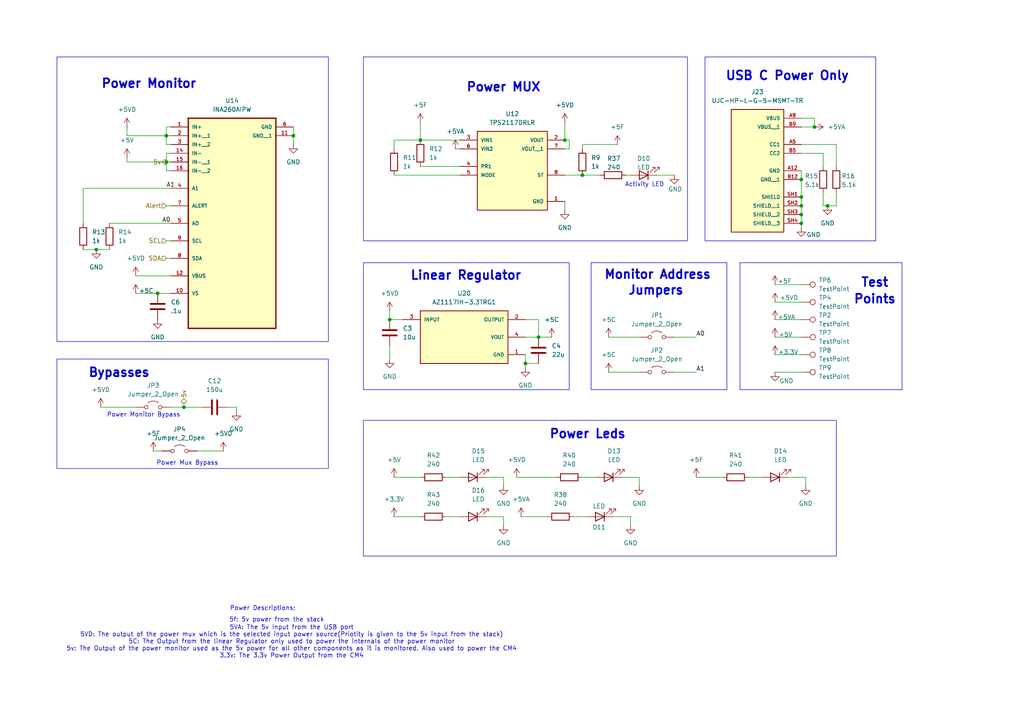
<source format=kicad_sch>
(kicad_sch (version 20231120) (generator "eeschema") (generator_version "8.0")
  (paper "A4")
  (lib_symbols
    (symbol "AZ1117IH-3.3TRG1:AZ1117IH-3.3TRG1" (pin_names (offset 1.016))
      (property "Reference" "U" (at -12.7 8.128 0))
      (property "Value" "AZ1117IH-3.3TRG1" (at -12.7 -10.16 0))
      (symbol "AZ1117IH-3.3TRG1_0_0"
        (rectangle (start -12.7 -7.62) (end 12.7 7.62) (stroke (width 0.254)) (fill (type background)))
        (pin power_in line (at 17.78 -5.08 180) (length 5.08) (name "GND") (number "1"))
        (pin output line (at 17.78 5.08 180) (length 5.08) (name "OUTPUT") (number "2"))
        (pin input line (at -17.78 5.08 0) (length 5.08) (name "INPUT") (number "3"))
        (pin output line (at 17.78 0 180) (length 5.08) (name "VOUT") (number "4"))
      )
    )
    (symbol "Connector:TestPoint" (pin_numbers hide) (pin_names (offset 0.762) hide)
      (property "Reference" "TP" (at 0 6.858 0))
      (property "Value" "TestPoint" (at 0 5.08 0))
      (symbol "TestPoint_0_1"
        (circle (center 0 3.302) (radius 0.762))
      )
      (symbol "TestPoint_1_1"
        (pin passive line (at 0 0 90) (length 2.54) (name "1") (number "1"))
      )
    )
    (symbol "Device:C" (pin_numbers hide) (pin_names (offset 0.254))
      (property "Reference" "C" (at 0.635 2.54 0))
      (property "Value" "C" (at 0.635 -2.54 0))
      (symbol "C_0_1"
        (polyline (pts (xy -2.032 -0.762) (xy 2.032 -0.762)) (stroke (width 0.508)))
        (polyline (pts (xy -2.032 0.762) (xy 2.032 0.762)) (stroke (width 0.508)))
      )
      (symbol "C_1_1"
        (pin passive line (at 0 3.81 270) (length 2.794) (name "~") (number "1"))
        (pin passive line (at 0 -3.81 90) (length 2.794) (name "~") (number "2"))
      )
    )
    (symbol "Device:LED" (pin_numbers hide) (pin_names (offset 1.016) hide)
      (property "Reference" "D" (at 0 2.54 0))
      (property "Value" "LED" (at 0 -2.54 0))
      (symbol "LED_0_1"
        (polyline (pts (xy -1.27 -1.27) (xy -1.27 1.27)) (stroke (width 0.254)))
        (polyline (pts (xy -1.27 0) (xy 1.27 0)))
        (polyline (pts (xy 1.27 -1.27) (xy 1.27 1.27) (xy -1.27 0) (xy 1.27 -1.27)) (stroke (width 0.254)))
        (polyline (pts (xy -3.048 -0.762) (xy -4.572 -2.286) (xy -3.81 -2.286) (xy -4.572 -2.286) (xy -4.572 -1.524)))
        (polyline (pts (xy -1.778 -0.762) (xy -3.302 -2.286) (xy -2.54 -2.286) (xy -3.302 -2.286) (xy -3.302 -1.524)))
      )
      (symbol "LED_1_1"
        (pin passive line (at -3.81 0 0) (length 2.54) (name "K") (number "1"))
        (pin passive line (at 3.81 0 180) (length 2.54) (name "A") (number "2"))
      )
    )
    (symbol "Device:R" (pin_numbers hide) (pin_names (offset 0))
      (property "Reference" "R" (at 2.032 0 90))
      (property "Value" "R" (at 0 0 90))
      (symbol "R_0_1"
        (rectangle (start -1.016 -2.54) (end 1.016 2.54) (stroke (width 0.254)))
      )
      (symbol "R_1_1"
        (pin passive line (at 0 3.81 270) (length 1.27) (name "~") (number "1"))
        (pin passive line (at 0 -3.81 90) (length 1.27) (name "~") (number "2"))
      )
    )
    (symbol "INA260AIPW:INA260AIPW" (pin_names (offset 1.016))
      (property "Reference" "U" (at -12.7 26.4 0))
      (property "Value" "INA260AIPW" (at -12.7 -39.56 0))
      (symbol "INA260AIPW_0_0"
        (rectangle (start -12.7 -35.56) (end 12.7 25.4) (stroke (width 0.41)) (fill (type background)))
        (pin input line (at -17.78 22.86 0) (length 5.08) (name "IN+") (number "1"))
        (pin bidirectional line (at -17.78 -25.4 0) (length 5.08) (name "VS") (number "10"))
        (pin power_in line (at 17.78 20.32 180) (length 5.08) (name "GND__1") (number "11"))
        (pin bidirectional line (at -17.78 -20.32 0) (length 5.08) (name "VBUS") (number "12"))
        (pin input line (at -17.78 15.24 0) (length 5.08) (name "IN-") (number "14"))
        (pin input line (at -17.78 12.7 0) (length 5.08) (name "IN-__1") (number "15"))
        (pin input line (at -17.78 10.16 0) (length 5.08) (name "IN-__2") (number "16"))
        (pin input line (at -17.78 20.32 0) (length 5.08) (name "IN+__1") (number "2"))
        (pin input line (at -17.78 17.78 0) (length 5.08) (name "IN+__2") (number "3"))
        (pin bidirectional line (at -17.78 5.08 0) (length 5.08) (name "A1") (number "4"))
        (pin bidirectional line (at -17.78 -5.08 0) (length 5.08) (name "AO") (number "5"))
        (pin power_in line (at 17.78 22.86 180) (length 5.08) (name "GND") (number "6"))
        (pin bidirectional line (at -17.78 0 0) (length 5.08) (name "ALERT") (number "7"))
        (pin bidirectional line (at -17.78 -15.24 0) (length 5.08) (name "SDA") (number "8"))
        (pin bidirectional line (at -17.78 -10.16 0) (length 5.08) (name "SCL") (number "9"))
      )
    )
    (symbol "Jumper:Jumper_2_Open" (pin_numbers hide) (pin_names (offset 0) hide) (exclude_from_sim yes)
      (property "Reference" "JP" (at 0 2.794 0))
      (property "Value" "Jumper_2_Open" (at 0 -2.286 0))
      (symbol "Jumper_2_Open_0_0"
        (circle (center -2.032 0) (radius 0.508))
        (circle (center 2.032 0) (radius 0.508))
      )
      (symbol "Jumper_2_Open_0_1"
        (arc (start 1.524 1.27) (mid 0 1.778) (end -1.524 1.27))
      )
      (symbol "Jumper_2_Open_1_1"
        (pin passive line (at -5.08 0 0) (length 2.54) (name "A") (number "1"))
        (pin passive line (at 5.08 0 180) (length 2.54) (name "B") (number "2"))
      )
    )
    (symbol "TPS2117DRLR:TPS2117DRLR" (pin_names (offset 1.016))
      (property "Reference" "U" (at -10.16 10.922 0))
      (property "Value" "TPS2117DRLR" (at -10.16 -15.24 0))
      (symbol "TPS2117DRLR_0_0"
        (rectangle (start -10.16 -12.7) (end 10.16 10.16) (stroke (width 0.254)) (fill (type background)))
        (pin power_in line (at 15.24 -10.16 180) (length 5.08) (name "GND") (number "1"))
        (pin output line (at 15.24 7.62 180) (length 5.08) (name "VOUT") (number "2"))
        (pin input line (at -15.24 7.62 0) (length 5.08) (name "VIN1") (number "3"))
        (pin input line (at -15.24 0 0) (length 5.08) (name "PR1") (number "4"))
        (pin input line (at -15.24 -2.54 0) (length 5.08) (name "MODE") (number "5"))
        (pin input line (at -15.24 5.08 0) (length 5.08) (name "VIN2") (number "6"))
        (pin output line (at 15.24 5.08 180) (length 5.08) (name "VOUT__1") (number "7"))
        (pin output line (at 15.24 -2.54 180) (length 5.08) (name "ST") (number "8"))
      )
    )
    (symbol "UJC-HP-L-G-5-MSMT-TR:UJC-HP-L-G-5-MSMT-TR" (pin_names (offset 1.016))
      (property "Reference" "J" (at -7.62 10.922 0))
      (property "Value" "UJC-HP-L-G-5-MSMT-TR" (at -7.62 -26.162 0))
      (symbol "UJC-HP-L-G-5-MSMT-TR_0_0"
        (rectangle (start -7.62 -25.4) (end 7.62 10.16) (stroke (width 0.254)) (fill (type background)))
        (pin power_in line (at 12.7 -7.62 180) (length 5.08) (name "GND") (number "A12"))
        (pin passive line (at 12.7 0 180) (length 5.08) (name "CC1") (number "A5"))
        (pin power_in line (at 12.7 7.62 180) (length 5.08) (name "VBUS") (number "A9"))
        (pin power_in line (at 12.7 -10.16 180) (length 5.08) (name "GND__1") (number "B12"))
        (pin passive line (at 12.7 -2.54 180) (length 5.08) (name "CC2") (number "B5"))
        (pin power_in line (at 12.7 5.08 180) (length 5.08) (name "VBUS__1") (number "B9"))
        (pin passive line (at 12.7 -15.24 180) (length 5.08) (name "SHIELD") (number "SH1"))
        (pin passive line (at 12.7 -17.78 180) (length 5.08) (name "SHIELD__1") (number "SH2"))
        (pin passive line (at 12.7 -20.32 180) (length 5.08) (name "SHIELD__2") (number "SH3"))
        (pin passive line (at 12.7 -22.86 180) (length 5.08) (name "SHIELD__3") (number "SH4"))
      )
    )
    (symbol "power:+3.3V" (power) (pin_numbers hide) (pin_names (offset 0) hide)
      (property "Value" "+3.3V" (at 0 3.556 0))
      (symbol "+3.3V_0_1"
        (polyline (pts (xy -0.762 1.27) (xy 0 2.54)))
        (polyline (pts (xy 0 0) (xy 0 2.54)))
        (polyline (pts (xy 0 2.54) (xy 0.762 1.27)))
      )
      (symbol "+3.3V_1_1"
        (pin power_in line (at 0 0 90) (length 0) (name "~") (number "1"))
      )
    )
    (symbol "power:+5C" (power) (pin_numbers hide) (pin_names (offset 0) hide)
      (property "Value" "+5C" (at 0 3.556 0))
      (symbol "+5C_0_1"
        (polyline (pts (xy -0.762 1.27) (xy 0 2.54)))
        (polyline (pts (xy 0 0) (xy 0 2.54)))
        (polyline (pts (xy 0 2.54) (xy 0.762 1.27)))
      )
      (symbol "+5C_1_1"
        (pin power_in line (at 0 0 90) (length 0) (name "~") (number "1"))
      )
    )
    (symbol "power:+5F" (power) (pin_numbers hide) (pin_names (offset 0) hide)
      (property "Value" "+5F" (at 0 3.556 0))
      (symbol "+5F_0_1"
        (polyline (pts (xy -0.762 1.27) (xy 0 2.54)))
        (polyline (pts (xy 0 0) (xy 0 2.54)))
        (polyline (pts (xy 0 2.54) (xy 0.762 1.27)))
      )
      (symbol "+5F_1_1"
        (pin power_in line (at 0 0 90) (length 0) (name "~") (number "1"))
      )
    )
    (symbol "power:+5V" (power) (pin_numbers hide) (pin_names (offset 0) hide)
      (property "Value" "+5V" (at 0 3.556 0))
      (symbol "+5V_0_1"
        (polyline (pts (xy -0.762 1.27) (xy 0 2.54)))
        (polyline (pts (xy 0 0) (xy 0 2.54)))
        (polyline (pts (xy 0 2.54) (xy 0.762 1.27)))
      )
      (symbol "+5V_1_1"
        (pin power_in line (at 0 0 90) (length 0) (name "~") (number "1"))
      )
    )
    (symbol "power:+5VA" (power) (pin_numbers hide) (pin_names (offset 0) hide)
      (property "Value" "+5VA" (at 0 3.556 0))
      (symbol "+5VA_0_1"
        (polyline (pts (xy -0.762 1.27) (xy 0 2.54)))
        (polyline (pts (xy 0 0) (xy 0 2.54)))
        (polyline (pts (xy 0 2.54) (xy 0.762 1.27)))
      )
      (symbol "+5VA_1_1"
        (pin power_in line (at 0 0 90) (length 0) (name "~") (number "1"))
      )
    )
    (symbol "power:+5VD" (power) (pin_numbers hide) (pin_names (offset 0) hide)
      (property "Value" "+5VD" (at 0 3.556 0))
      (symbol "+5VD_0_1"
        (polyline (pts (xy -0.762 1.27) (xy 0 2.54)))
        (polyline (pts (xy 0 0) (xy 0 2.54)))
        (polyline (pts (xy 0 2.54) (xy 0.762 1.27)))
      )
      (symbol "+5VD_1_1"
        (pin power_in line (at 0 0 90) (length 0) (name "~") (number "1"))
      )
    )
    (symbol "power:GND" (power) (pin_numbers hide) (pin_names (offset 0) hide)
      (property "Value" "GND" (at 0 -3.81 0))
      (symbol "GND_0_1"
        (polyline (pts (xy 0 0) (xy 0 -1.27) (xy 1.27 -1.27) (xy 0 -2.54) (xy -1.27 -1.27) (xy 0 -1.27)))
      )
      (symbol "GND_1_1"
        (pin power_in line (at 0 0 270) (length 0) (name "~") (number "1"))
      )
    )
  )
  (junction (at 232.41 57.15))
  (junction (at 48.26 46.99))
  (junction (at 152.4 105.41))
  (junction (at 232.41 59.69))
  (junction (at 113.03 92.71))
  (junction (at 53.34 118.11))
  (junction (at 163.83 40.64))
  (junction (at 121.92 40.64))
  (junction (at 232.41 52.07))
  (junction (at 156.21 97.79))
  (junction (at 48.26 39.37))
  (junction (at 27.94 72.39))
  (junction (at 168.91 50.8))
  (junction (at 236.22 36.83))
  (junction (at 232.41 62.23))
  (junction (at 85.09 39.37))
  (junction (at 232.41 64.77))
  (junction (at 240.03 59.69))
  (junction (at 45.72 85.09))
  (wire (pts (xy 152.4 102.87) (xy 152.4 105.41)))
  (wire (pts (xy 114.3 50.8) (xy 133.35 50.8)))
  (wire (pts (xy 232.41 57.15) (xy 232.41 59.69)))
  (wire (pts (xy 238.76 55.88) (xy 238.76 59.69)))
  (wire (pts (xy 85.09 36.83) (xy 85.09 39.37)))
  (wire (pts (xy 146.05 149.86) (xy 146.05 152.4)))
  (wire (pts (xy 185.42 138.43) (xy 185.42 140.97)))
  (wire (pts (xy 121.92 35.56) (xy 121.92 40.64)))
  (wire (pts (xy 24.13 72.39) (xy 27.94 72.39)))
  (wire (pts (xy 149.86 138.43) (xy 161.29 138.43)))
  (wire (pts (xy 195.58 107.95) (xy 201.93 107.95)))
  (wire (pts (xy 224.79 92.71) (xy 232.41 92.71)))
  (wire (pts (xy 36.83 45.72) (xy 36.83 46.99)))
  (wire (pts (xy 156.21 92.71) (xy 156.21 97.79)))
  (wire (pts (xy 156.21 97.79) (xy 152.4 97.79)))
  (wire (pts (xy 224.79 97.79) (xy 232.41 97.79)))
  (wire (pts (xy 168.91 138.43) (xy 172.72 138.43)))
  (wire (pts (xy 217.17 138.43) (xy 220.98 138.43)))
  (wire (pts (xy 53.34 116.84) (xy 53.34 118.11)))
  (wire (pts (xy 39.37 85.09) (xy 45.72 85.09)))
  (wire (pts (xy 232.41 49.53) (xy 232.41 52.07)))
  (wire (pts (xy 163.83 35.56) (xy 163.83 40.64)))
  (wire (pts (xy 39.37 80.01) (xy 49.53 80.01)))
  (wire (pts (xy 114.3 138.43) (xy 121.92 138.43)))
  (wire (pts (xy 163.83 50.8) (xy 168.91 50.8)))
  (wire (pts (xy 68.58 118.11) (xy 68.58 119.38)))
  (wire (pts (xy 232.41 52.07) (xy 232.41 57.15)))
  (wire (pts (xy 151.13 149.86) (xy 158.75 149.86)))
  (wire (pts (xy 181.61 50.8) (xy 182.88 50.8)))
  (wire (pts (xy 129.54 138.43) (xy 133.35 138.43)))
  (wire (pts (xy 176.53 97.79) (xy 185.42 97.79)))
  (wire (pts (xy 45.72 85.09) (xy 49.53 85.09)))
  (wire (pts (xy 48.26 49.53) (xy 49.53 49.53)))
  (wire (pts (xy 48.26 39.37) (xy 48.26 41.91)))
  (wire (pts (xy 36.83 39.37) (xy 36.83 36.83)))
  (wire (pts (xy 224.79 87.63) (xy 232.41 87.63)))
  (wire (pts (xy 168.91 43.18) (xy 168.91 41.91)))
  (wire (pts (xy 168.91 50.8) (xy 173.99 50.8)))
  (wire (pts (xy 176.53 107.95) (xy 185.42 107.95)))
  (wire (pts (xy 224.79 82.55) (xy 232.41 82.55)))
  (wire (pts (xy 242.57 55.88) (xy 242.57 59.69)))
  (wire (pts (xy 113.03 104.14) (xy 113.03 100.33)))
  (wire (pts (xy 48.26 59.69) (xy 49.53 59.69)))
  (wire (pts (xy 48.26 41.91) (xy 49.53 41.91)))
  (wire (pts (xy 31.75 64.77) (xy 49.53 64.77)))
  (wire (pts (xy 48.26 39.37) (xy 36.83 39.37)))
  (wire (pts (xy 57.15 130.81) (xy 64.77 130.81)))
  (wire (pts (xy 66.04 118.11) (xy 68.58 118.11)))
  (wire (pts (xy 132.08 43.18) (xy 133.35 43.18)))
  (wire (pts (xy 152.4 105.41) (xy 156.21 105.41)))
  (wire (pts (xy 165.1 43.18) (xy 165.1 40.64)))
  (wire (pts (xy 48.26 36.83) (xy 49.53 36.83)))
  (wire (pts (xy 48.26 39.37) (xy 49.53 39.37)))
  (wire (pts (xy 113.03 90.17) (xy 113.03 92.71)))
  (wire (pts (xy 114.3 149.86) (xy 121.92 149.86)))
  (wire (pts (xy 232.41 34.29) (xy 236.22 34.29)))
  (wire (pts (xy 152.4 105.41) (xy 152.4 106.68)))
  (wire (pts (xy 113.03 92.71) (xy 116.84 92.71)))
  (wire (pts (xy 121.92 48.26) (xy 133.35 48.26)))
  (wire (pts (xy 48.26 44.45) (xy 48.26 46.99)))
  (wire (pts (xy 242.57 41.91) (xy 242.57 48.26)))
  (wire (pts (xy 53.34 118.11) (xy 58.42 118.11)))
  (wire (pts (xy 232.41 64.77) (xy 232.41 66.04)))
  (wire (pts (xy 232.41 62.23) (xy 232.41 64.77)))
  (wire (pts (xy 232.41 44.45) (xy 238.76 44.45)))
  (wire (pts (xy 85.09 39.37) (xy 85.09 41.91)))
  (wire (pts (xy 121.92 40.64) (xy 133.35 40.64)))
  (wire (pts (xy 27.94 72.39) (xy 31.75 72.39)))
  (wire (pts (xy 224.79 107.95) (xy 232.41 107.95)))
  (wire (pts (xy 48.26 46.99) (xy 36.83 46.99)))
  (wire (pts (xy 177.8 149.86) (xy 182.88 149.86)))
  (wire (pts (xy 48.26 36.83) (xy 48.26 39.37)))
  (wire (pts (xy 163.83 58.42) (xy 163.83 60.96)))
  (wire (pts (xy 114.3 40.64) (xy 121.92 40.64)))
  (wire (pts (xy 182.88 149.86) (xy 182.88 152.4)))
  (wire (pts (xy 140.97 149.86) (xy 146.05 149.86)))
  (wire (pts (xy 48.26 44.45) (xy 49.53 44.45)))
  (wire (pts (xy 201.93 138.43) (xy 209.55 138.43)))
  (wire (pts (xy 166.37 149.86) (xy 170.18 149.86)))
  (wire (pts (xy 163.83 40.64) (xy 165.1 40.64)))
  (wire (pts (xy 48.26 46.99) (xy 49.53 46.99)))
  (wire (pts (xy 49.53 118.11) (xy 53.34 118.11)))
  (wire (pts (xy 236.22 34.29) (xy 236.22 36.83)))
  (wire (pts (xy 140.97 138.43) (xy 146.05 138.43)))
  (wire (pts (xy 24.13 54.61) (xy 49.53 54.61)))
  (wire (pts (xy 190.5 50.8) (xy 195.58 50.8)))
  (wire (pts (xy 114.3 40.64) (xy 114.3 43.18)))
  (wire (pts (xy 24.13 64.77) (xy 24.13 54.61)))
  (wire (pts (xy 232.41 59.69) (xy 232.41 62.23)))
  (wire (pts (xy 224.79 102.87) (xy 232.41 102.87)))
  (wire (pts (xy 129.54 149.86) (xy 133.35 149.86)))
  (wire (pts (xy 44.45 130.81) (xy 46.99 130.81)))
  (wire (pts (xy 232.41 41.91) (xy 242.57 41.91)))
  (wire (pts (xy 238.76 44.45) (xy 238.76 48.26)))
  (wire (pts (xy 48.26 46.99) (xy 48.26 49.53)))
  (wire (pts (xy 233.68 138.43) (xy 233.68 140.97)))
  (wire (pts (xy 242.57 59.69) (xy 240.03 59.69)))
  (wire (pts (xy 180.34 138.43) (xy 185.42 138.43)))
  (wire (pts (xy 163.83 43.18) (xy 165.1 43.18)))
  (wire (pts (xy 156.21 97.79) (xy 160.02 97.79)))
  (wire (pts (xy 146.05 138.43) (xy 146.05 140.97)))
  (wire (pts (xy 48.26 74.93) (xy 49.53 74.93)))
  (wire (pts (xy 48.26 69.85) (xy 49.53 69.85)))
  (wire (pts (xy 152.4 92.71) (xy 156.21 92.71)))
  (wire (pts (xy 168.91 41.91) (xy 179.07 41.91)))
  (wire (pts (xy 195.58 97.79) (xy 201.93 97.79)))
  (wire (pts (xy 232.41 36.83) (xy 236.22 36.83)))
  (wire (pts (xy 240.03 59.69) (xy 238.76 59.69)))
  (wire (pts (xy 228.6 138.43) (xy 233.68 138.43)))
  (wire (pts (xy 29.21 118.11) (xy 39.37 118.11)))
  (rectangle (start 16.51 104.14) (end 95.25 135.89))
  (rectangle (start 105.41 76.2) (end 165.1 113.03))
  (rectangle (start 204.47 16.51) (end 254 69.85))
  (rectangle (start 16.51 16.51) (end 95.25 99.06))
  (rectangle (start 105.41 121.92) (end 242.57 161.29))
  (rectangle (start 171.45 76.2) (end 210.82 113.03))
  (rectangle (start 105.41 16.51) (end 199.39 69.85))
  (rectangle (start 214.63 76.2) (end 261.62 113.03))
  (text "Points" (at 253.746 86.868 0) (effects (font (size 2.54 2.54) (thickness 0.508) (bold yes))))
  (text "5VA: The 5v Input from the USB port\n5VD: The output of the power mux which is the selected input power source(Priotity is given to the 5v input from the stack)\n5C: The Output from the linear Regulator only used to power the internals of the power monitor\n5v: The Output of the power monitor used as the 5v power for all other components as it is monitored. Also used to power the CM4\n3.3v: The 3.3v Power Output from the CM4" (at 84.582 186.182 0) (effects (font (size 1.27 1.27))))
  (text "5f: 5v power from the stack" (at 80.264 179.832 0) (effects (font (size 1.27 1.27))))
  (text "Activity LED\n" (at 186.944 53.594 0) (effects (font (size 1.27 1.27))))
  (text "Power Mux Bypass\n" (at 54.356 134.366 0) (effects (font (size 1.27 1.27))))
  (text "Power Monitor Bypass" (at 41.656 120.396 0) (effects (font (size 1.27 1.27))))
  (text "Power Descriptions:" (at 76.2 176.53 0) (effects (font (size 1.27 1.27))))
  (text "Linear Regulator\n" (at 135.128 80.01 0) (effects (font (size 2.54 2.54) (thickness 0.508) (bold yes))))
  (text "Jumpers" (at 190.246 84.328 0) (effects (font (size 2.54 2.54) (thickness 0.508) (bold yes))))
  (text "USB C Power Only\n" (at 228.346 22.098 0) (effects (font (size 2.54 2.54) (thickness 0.508) (bold yes))))
  (text "Power Leds" (at 170.434 125.984 0) (effects (font (size 2.54 2.54) (thickness 0.508) (bold yes))))
  (text "Test" (at 253.746 82.042 0) (effects (font (size 2.54 2.54) (thickness 0.508) (bold yes))))
  (text "Monitor Address" (at 190.754 79.756 0) (effects (font (size 2.54 2.54) (thickness 0.508) (bold yes))))
  (text "Bypasses" (at 34.544 108.204 0) (effects (font (size 2.54 2.54) (thickness 0.508) (bold yes))))
  (text "Power MUX\n" (at 146.05 25.4 0) (effects (font (size 2.54 2.54) (thickness 0.508) (bold yes))))
  (text "Power Monitor\n" (at 43.18 24.384 0) (effects (font (size 2.54 2.54) (thickness 0.508) (bold yes))))
  (label "A0" (at 46.99 64.77 0) (effects (font (thickness 0.1588))))
  (label "A1" (at 48.26 54.61 0))
  (label "A0" (at 201.93 97.79 0))
  (label "A1" (at 201.93 107.95 0))
  (hierarchical_label "Alert" (shape input) (at 48.26 59.69 180))
  (hierarchical_label "SCL" (shape input) (at 48.26 69.85 180))
  (hierarchical_label "SDA" (shape input) (at 48.26 74.93 180))
  (hierarchical_label "5v" (shape output) (at 48.26 46.99 180))
  (hierarchical_label "5v" (shape output) (at 53.34 116.84 90))
  (symbol (lib_id "power:+5C") (at 176.53 97.79 0) (unit 1)
    (property "Reference" "#PWR087" (effects (hide yes)))
    (property "Value" "+5C" (at 176.53 92.71 0))
    (property "Description" "Power symbol creates a global label with name \"+5C\"" (effects (hide yes)))
  )
  (symbol (lib_id "power:+5F") (at 44.45 130.81 0) (unit 1)
    (property "Reference" "#PWR081" (effects (hide yes)))
    (property "Value" "+5F" (at 44.45 125.73 0))
    (property "Description" "Power symbol creates a global label with name \"+5F\"" (effects (hide yes)))
  )
  (symbol (lib_id "Device:LED") (at 186.69 50.8 180) (unit 1)
    (property "Reference" "D10" (at 186.69 45.974 0))
    (property "Value" "LED" (at 186.69 48.514 0))
    (property "Description" "Light emitting diode" (effects (hide yes)))
  )
  (symbol (lib_id "power:GND") (at 163.83 60.96 0) (unit 1)
    (property "Reference" "#PWR039" (effects (hide yes)))
    (property "Value" "GND" (at 163.83 66.04 0))
    (property "Description" "Power symbol creates a global label with name \"GND\" , ground" (effects (hide yes)))
  )
  (symbol (lib_id "power:+5VA") (at 132.08 43.18 0) (unit 1)
    (property "Reference" "#PWR089" (effects (hide yes)))
    (property "Value" "+5VA" (at 132.08 38.1 0))
    (property "Description" "Power symbol creates a global label with name \"+5VA\"" (effects (hide yes)))
  )
  (symbol (lib_id "Jumper:Jumper_2_Open") (at 44.45 118.11 0) (unit 1) (exclude_from_sim yes)
    (property "Reference" "JP3" (at 44.45 111.76 0))
    (property "Value" "Jumper_2_Open" (at 44.45 114.3 0))
    (property "Description" "Jumper, 2-pole, open" (effects (hide yes)))
  )
  (symbol (lib_id "Device:C") (at 113.03 96.52 0) (unit 1)
    (property "Reference" "C3" (at 116.84 95.2499 0) (effects (justify left)))
    (property "Value" "10u" (at 116.84 97.7899 0) (effects (justify left)))
    (property "Description" "Unpolarized capacitor" (effects (hide yes)))
  )
  (symbol (lib_id "INA260AIPW:INA260AIPW") (at 67.31 59.69 0) (unit 1)
    (property "Reference" "U14" (at 67.31 29.21 0))
    (property "Value" "INA260AIPW" (at 67.31 31.75 0))
    (property "Footprint" "INA260AIPW:SOP65P640X120-16N" (effects (hide yes)))
    (property "Datasheet" "https://www.ti.com/lit/ds/symlink/ina260.pdf?HQS=dis-dk-null-digikeymode-dsf-pf-null-wwe&ts=1729222745324&ref_url=https%253A%252F%252Fwww.ti.com%252Fgeneral%252Fdocs%252Fsuppproductinfo.tsp%253FdistId%253D10%2526gotoUrl%253Dhttps%253A%252F%252Fwww.ti.com%252Flit%252Fgpn%252Fina260" (effects (hide yes)))
  )
  (symbol (lib_id "power:+5C") (at 39.37 85.09 0) (unit 1)
    (property "Reference" "#PWR085" (effects (hide yes)))
    (property "Value" "+5C" (at 42.418 84.328 0))
    (property "Description" "Power symbol creates a global label with name \"+5C\"" (effects (hide yes)))
  )
  (symbol (lib_id "power:+5F") (at 224.79 82.55 0) (unit 1)
    (property "Reference" "#PWR020" (effects (hide yes)))
    (property "Value" "+5F" (at 227.584 81.534 0))
    (property "Description" "Power symbol creates a global label with name \"+5F\"" (effects (hide yes)))
  )
  (symbol (lib_id "Device:C") (at 45.72 88.9 0) (unit 1)
    (property "Reference" "C6" (at 49.53 87.6299 0) (effects (justify left)))
    (property "Value" ".1u" (at 49.53 90.1699 0) (effects (justify left)))
    (property "Description" "Unpolarized capacitor" (effects (hide yes)))
  )
  (symbol (lib_id "Device:LED") (at 176.53 138.43 180) (unit 1)
    (property "Reference" "D13" (at 178.1175 130.81 0))
    (property "Value" "LED" (at 178.1175 133.35 0))
    (property "Description" "Light emitting diode" (effects (hide yes)))
  )
  (symbol (lib_id "Jumper:Jumper_2_Open") (at 190.5 97.79 0) (unit 1) (exclude_from_sim yes)
    (property "Reference" "JP1" (at 190.5 91.44 0))
    (property "Value" "Jumper_2_Open" (at 190.5 93.98 0))
    (property "Description" "Jumper, 2-pole, open" (effects (hide yes)))
  )
  (symbol (lib_id "power:+5F") (at 201.93 138.43 0) (unit 1)
    (property "Reference" "#PWR082" (effects (hide yes)))
    (property "Value" "+5F" (at 201.93 133.35 0))
    (property "Description" "Power symbol creates a global label with name \"+5F\"" (effects (hide yes)))
  )
  (symbol (lib_id "Connector:TestPoint") (at 232.41 107.95 270) (unit 1)
    (property "Reference" "TP9" (at 237.49 106.6799 90) (effects (justify left)))
    (property "Value" "TestPoint" (at 237.49 109.2199 90) (effects (justify left)))
    (property "Description" "test point" (effects (hide yes)))
  )
  (symbol (lib_id "power:+3.3V") (at 114.3 149.86 0) (unit 1)
    (property "Reference" "#PWR092" (effects (hide yes)))
    (property "Value" "+3.3V" (at 114.3 144.78 0))
    (property "Description" "Power symbol creates a global label with name \"+3.3V\"" (effects (hide yes)))
  )
  (symbol (lib_id "power:+5VA") (at 151.13 149.86 0) (unit 1)
    (property "Reference" "#PWR091" (effects (hide yes)))
    (property "Value" "+5VA" (at 151.13 144.78 0))
    (property "Description" "Power symbol creates a global label with name \"+5VA\"" (effects (hide yes)))
  )
  (symbol (lib_id "power:GND") (at 152.4 106.68 0) (unit 1)
    (property "Reference" "#PWR051" (effects (hide yes)))
    (property "Value" "GND" (at 152.4 111.76 0))
    (property "Description" "Power symbol creates a global label with name \"GND\" , ground" (effects (hide yes)))
  )
  (symbol (lib_id "power:+5VD") (at 113.03 90.17 0) (unit 1)
    (property "Reference" "#PWR073" (effects (hide yes)))
    (property "Value" "+5VD" (at 113.03 85.09 0))
    (property "Description" "Power symbol creates a global label with name \"+5VD\"" (effects (hide yes)))
  )
  (symbol (lib_id "Device:R") (at 165.1 138.43 90) (unit 1)
    (property "Reference" "R40" (at 165.1 132.08 90))
    (property "Value" "240" (at 165.1 134.62 90))
    (property "Description" "Resistor" (effects (hide yes)))
  )
  (symbol (lib_id "power:+5VD") (at 39.37 80.01 0) (unit 1)
    (property "Reference" "#PWR070" (effects (hide yes)))
    (property "Value" "+5VD" (at 39.37 74.93 0))
    (property "Description" "Power symbol creates a global label with name \"+5VD\"" (effects (hide yes)))
  )
  (symbol (lib_id "Jumper:Jumper_2_Open") (at 52.07 130.81 0) (unit 1) (exclude_from_sim yes)
    (property "Reference" "JP4" (at 52.07 124.46 0))
    (property "Value" "Jumper_2_Open" (at 52.07 127 0))
    (property "Description" "Jumper, 2-pole, open" (effects (hide yes)))
  )
  (symbol (lib_id "Device:R") (at 125.73 149.86 90) (unit 1)
    (property "Reference" "R43" (at 125.73 143.51 90))
    (property "Value" "240" (at 125.73 146.05 90))
    (property "Description" "Resistor" (effects (hide yes)))
  )
  (symbol (lib_id "Connector:TestPoint") (at 232.41 97.79 270) (unit 1)
    (property "Reference" "TP7" (at 237.49 96.5199 90) (effects (justify left)))
    (property "Value" "TestPoint" (at 237.49 99.0599 90) (effects (justify left)))
    (property "Description" "test point" (effects (hide yes)))
  )
  (symbol (lib_id "Device:LED") (at 224.79 138.43 180) (unit 1)
    (property "Reference" "D14" (at 226.3775 130.81 0))
    (property "Value" "LED" (at 226.3775 133.35 0))
    (property "Description" "Light emitting diode" (effects (hide yes)))
  )
  (symbol (lib_id "Device:LED") (at 137.16 149.86 180) (unit 1)
    (property "Reference" "D16" (at 138.7475 142.24 0))
    (property "Value" "LED" (at 138.7475 144.78 0))
    (property "Description" "Light emitting diode" (effects (hide yes)))
  )
  (symbol (lib_id "Connector:TestPoint") (at 232.41 102.87 270) (unit 1)
    (property "Reference" "TP8" (at 237.49 101.5999 90) (effects (justify left)))
    (property "Value" "TestPoint" (at 237.49 104.1399 90) (effects (justify left)))
    (property "Description" "test point" (effects (hide yes)))
  )
  (symbol (lib_id "Device:R") (at 114.3 46.99 0) (unit 1)
    (property "Reference" "R11" (at 116.84 45.7199 0) (effects (justify left)))
    (property "Value" "1k" (at 116.84 48.2599 0) (effects (justify left)))
    (property "Description" "Resistor" (effects (hide yes)))
  )
  (symbol (lib_id "power:GND") (at 232.41 66.04 0) (unit 1)
    (property "Reference" "#PWR048" (effects (hide yes)))
    (property "Value" "GND" (at 235.966 68.072 0))
    (property "Description" "Power symbol creates a global label with name \"GND\" , ground" (effects (hide yes)))
  )
  (symbol (lib_id "power:+5V") (at 224.79 97.79 0) (unit 1)
    (property "Reference" "#PWR084" (effects (hide yes)))
    (property "Value" "+5V" (at 227.838 97.028 0))
    (property "Description" "Power symbol creates a global label with name \"+5V\"" (effects (hide yes)))
  )
  (symbol (lib_id "Device:R") (at 168.91 46.99 0) (unit 1)
    (property "Reference" "R9" (at 171.45 45.7199 0) (effects (justify left)))
    (property "Value" "1k" (at 171.45 48.2599 0) (effects (justify left)))
    (property "Description" "Resistor" (effects (hide yes)))
  )
  (symbol (lib_id "power:GND") (at 85.09 41.91 0) (unit 1)
    (property "Reference" "#PWR030" (effects (hide yes)))
    (property "Value" "GND" (at 85.09 46.99 0))
    (property "Description" "Power symbol creates a global label with name \"GND\" , ground" (effects (hide yes)))
  )
  (symbol (lib_id "Device:R") (at 125.73 138.43 90) (unit 1)
    (property "Reference" "R42" (at 125.73 132.08 90))
    (property "Value" "240" (at 125.73 134.62 90))
    (property "Description" "Resistor" (effects (hide yes)))
  )
  (symbol (lib_id "power:+5F") (at 179.07 41.91 0) (unit 1)
    (property "Reference" "#PWR080" (effects (hide yes)))
    (property "Value" "+5F" (at 179.07 36.83 0))
    (property "Description" "Power symbol creates a global label with name \"+5F\"" (effects (hide yes)))
  )
  (symbol (lib_id "UJC-HP-L-G-5-MSMT-TR:UJC-HP-L-G-5-MSMT-TR") (at 219.71 41.91 0) (unit 1)
    (property "Reference" "J23" (at 219.71 26.67 0))
    (property "Value" "UJC-HP-L-G-5-MSMT-TR" (at 219.71 29.21 0))
    (property "Footprint" "UJC-HP-L-G-5-MSMT-TR:CUI_UJC-HP-L-G-5-MSMT-TR" (effects (hide yes)))
    (property "Datasheet" "https://www.sameskydevices.com/product/resource/ujc-hp-l-g-5-msmt-tr.pdf" (effects (hide yes)))
    (property "PARTREV" "1.01" (effects (hide yes)))
    (property "STANDARD" "Manufacturer Recommendations" (effects (hide yes)))
    (property "MAXIMUM_PACKAGE_HEIGHT" "2.36mm" (effects (hide yes)))
    (property "MANUFACTURER" "CUI Devices" (effects (hide yes)))
  )
  (symbol (lib_id "power:GND") (at 233.68 140.97 0) (unit 1)
    (property "Reference" "#PWR057" (effects (hide yes)))
    (property "Value" "GND" (at 233.68 146.05 0))
    (property "Description" "Power symbol creates a global label with name \"GND\" , ground" (effects (hide yes)))
  )
  (symbol (lib_id "Device:R") (at 213.36 138.43 90) (unit 1)
    (property "Reference" "R41" (at 213.36 132.08 90))
    (property "Value" "240" (at 213.36 134.62 90))
    (property "Description" "Resistor" (effects (hide yes)))
  )
  (symbol (lib_id "power:+5F") (at 121.92 35.56 0) (unit 1)
    (property "Reference" "#PWR066" (effects (hide yes)))
    (property "Value" "+5F" (at 121.92 30.48 0))
    (property "Description" "Power symbol creates a global label with name \"+5F\"" (effects (hide yes)))
  )
  (symbol (lib_id "Connector:TestPoint") (at 232.41 82.55 270) (unit 1)
    (property "Reference" "TP6" (at 237.49 81.2799 90) (effects (justify left)))
    (property "Value" "TestPoint" (at 237.49 83.8199 90) (effects (justify left)))
    (property "Description" "test point" (effects (hide yes)))
  )
  (symbol (lib_id "power:GND") (at 224.79 107.95 0) (unit 1)
    (property "Reference" "#PWR061" (effects (hide yes)))
    (property "Value" "GND" (at 228.092 110.49 0))
    (property "Description" "Power symbol creates a global label with name \"GND\" , ground" (effects (hide yes)))
  )
  (symbol (lib_id "power:+5V") (at 114.3 138.43 0) (unit 1)
    (property "Reference" "#PWR083" (effects (hide yes)))
    (property "Value" "+5V" (at 114.3 133.35 0))
    (property "Description" "Power symbol creates a global label with name \"+5V\"" (effects (hide yes)))
  )
  (symbol (lib_id "power:+5VD") (at 163.83 35.56 0) (unit 1)
    (property "Reference" "#PWR015" (effects (hide yes)))
    (property "Value" "+5VD" (at 163.83 30.48 0))
    (property "Description" "Power symbol creates a global label with name \"+5VD\"" (effects (hide yes)))
  )
  (symbol (lib_id "power:GND") (at 195.58 50.8 0) (unit 1)
    (property "Reference" "#PWR044" (effects (hide yes)))
    (property "Value" "GND" (at 195.834 54.864 0))
    (property "Description" "Power symbol creates a global label with name \"GND\" , ground" (effects (hide yes)))
  )
  (symbol (lib_id "power:+5VD") (at 64.77 130.81 0) (unit 1)
    (property "Reference" "#PWR072" (effects (hide yes)))
    (property "Value" "+5VD" (at 64.77 125.73 0))
    (property "Description" "Power symbol creates a global label with name \"+5VD\"" (effects (hide yes)))
  )
  (symbol (lib_id "power:GND") (at 68.58 119.38 0) (unit 1)
    (property "Reference" "#PWR053" (effects (hide yes)))
    (property "Value" "GND" (at 68.58 124.46 0))
    (property "Description" "Power symbol creates a global label with name \"GND\" , ground" (effects (hide yes)))
  )
  (symbol (lib_id "power:GND") (at 240.03 59.69 0) (unit 1)
    (property "Reference" "#PWR010" (effects (hide yes)))
    (property "Value" "GND" (at 240.03 64.77 0))
    (property "Description" "Power symbol creates a global label with name \"GND\" , ground" (effects (hide yes)))
  )
  (symbol (lib_id "TPS2117DRLR:TPS2117DRLR") (at 148.59 48.26 0) (unit 1)
    (property "Reference" "U12" (at 148.59 33.02 0))
    (property "Value" "TPS2117DRLR" (at 148.59 35.56 0))
    (property "Footprint" "TPS2117DRLR:SOTFL50P160X60-8N" (effects (hide yes)))
    (property "Datasheet" "https://www.ti.com/lit/ds/symlink/tps2117.pdf?ts=1701351126648&ref_url=https%253A%252F%252Fwww.google.com%252F" (effects (hide yes)))
    (property "PARTREV" "A" (effects (hide yes)))
    (property "STANDARD" "IPC-7351B" (effects (hide yes)))
    (property "MAXIMUM_PACKAGE_HEIGHT" "0.6mm" (effects (hide yes)))
    (property "MANUFACTURER" "Texas Instruments" (effects (hide yes)))
  )
  (symbol (lib_id "Device:C") (at 62.23 118.11 90) (unit 1)
    (property "Reference" "C12" (at 62.23 110.49 90))
    (property "Value" "150u" (at 62.23 113.03 90))
    (property "Description" "Unpolarized capacitor" (effects (hide yes)))
  )
  (symbol (lib_id "power:+5C") (at 160.02 97.79 0) (unit 1)
    (property "Reference" "#PWR086" (effects (hide yes)))
    (property "Value" "+5C" (at 160.02 92.71 0))
    (property "Description" "Power symbol creates a global label with name \"+5C\"" (effects (hide yes)))
  )
  (symbol (lib_id "power:+5VA") (at 224.79 92.71 0) (unit 1)
    (property "Reference" "#PWR090" (effects (hide yes)))
    (property "Value" "+5VA" (at 228.092 91.948 0))
    (property "Description" "Power symbol creates a global label with name \"+5VA\"" (effects (hide yes)))
  )
  (symbol (lib_id "power:GND") (at 45.72 92.71 0) (unit 1)
    (property "Reference" "#PWR07" (effects (hide yes)))
    (property "Value" "GND" (at 45.72 97.79 0))
    (property "Description" "Power symbol creates a global label with name \"GND\" , ground" (effects (hide yes)))
  )
  (symbol (lib_id "Device:C") (at 156.21 101.6 0) (unit 1)
    (property "Reference" "C4" (at 160.02 100.3299 0) (effects (justify left)))
    (property "Value" "22u" (at 160.02 102.8699 0) (effects (justify left)))
    (property "Description" "Unpolarized capacitor" (effects (hide yes)))
  )
  (symbol (lib_id "Device:LED") (at 173.99 149.86 180) (unit 1)
    (property "Reference" "D11" (at 173.736 152.908 0))
    (property "Value" "LED" (at 173.736 146.812 0))
    (property "Description" "Light emitting diode" (effects (hide yes)))
  )
  (symbol (lib_id "power:GND") (at 182.88 152.4 0) (unit 1)
    (property "Reference" "#PWR054" (effects (hide yes)))
    (property "Value" "GND" (at 182.88 157.48 0))
    (property "Description" "Power symbol creates a global label with name \"GND\" , ground" (effects (hide yes)))
  )
  (symbol (lib_id "power:GND") (at 146.05 140.97 0) (unit 1)
    (property "Reference" "#PWR058" (effects (hide yes)))
    (property "Value" "GND" (at 146.05 146.05 0))
    (property "Description" "Power symbol creates a global label with name \"GND\" , ground" (effects (hide yes)))
  )
  (symbol (lib_id "power:+5VD") (at 224.79 87.63 0) (unit 1)
    (property "Reference" "#PWR067" (effects (hide yes)))
    (property "Value" "+5VD" (at 228.854 86.36 0))
    (property "Description" "Power symbol creates a global label with name \"+5VD\"" (effects (hide yes)))
  )
  (symbol (lib_id "power:GND") (at 185.42 140.97 0) (unit 1)
    (property "Reference" "#PWR056" (effects (hide yes)))
    (property "Value" "GND" (at 185.42 146.05 0))
    (property "Description" "Power symbol creates a global label with name \"GND\" , ground" (effects (hide yes)))
  )
  (symbol (lib_id "power:+5V") (at 36.83 45.72 0) (unit 1)
    (property "Reference" "#PWR075" (effects (hide yes)))
    (property "Value" "+5V" (at 36.83 40.64 0))
    (property "Description" "Power symbol creates a global label with name \"+5V\"" (effects (hide yes)))
  )
  (symbol (lib_id "power:+5C") (at 176.53 107.95 0) (unit 1)
    (property "Reference" "#PWR088" (effects (hide yes)))
    (property "Value" "+5C" (at 176.53 102.87 0))
    (property "Description" "Power symbol creates a global label with name \"+5C\"" (effects (hide yes)))
  )
  (symbol (lib_id "Device:R") (at 31.75 68.58 180) (unit 1)
    (property "Reference" "R14" (at 34.29 67.3099 0) (effects (justify right)))
    (property "Value" "1k" (at 34.29 69.8499 0) (effects (justify right)))
    (property "Description" "Resistor" (effects (hide yes)))
  )
  (symbol (lib_id "power:+5VD") (at 36.83 36.83 0) (unit 1)
    (property "Reference" "#PWR069" (effects (hide yes)))
    (property "Value" "+5VD" (at 36.83 31.75 0))
    (property "Description" "Power symbol creates a global label with name \"+5VD\"" (effects (hide yes)))
  )
  (symbol (lib_id "Connector:TestPoint") (at 232.41 87.63 270) (unit 1)
    (property "Reference" "TP4" (at 237.49 86.3599 90) (effects (justify left)))
    (property "Value" "TestPoint" (at 237.49 88.8999 90) (effects (justify left)))
    (property "Description" "test point" (effects (hide yes)))
  )
  (symbol (lib_id "power:GND") (at 146.05 152.4 0) (unit 1)
    (property "Reference" "#PWR059" (effects (hide yes)))
    (property "Value" "GND" (at 146.05 157.48 0))
    (property "Description" "Power symbol creates a global label with name \"GND\" , ground" (effects (hide yes)))
  )
  (symbol (lib_id "power:+3.3V") (at 224.79 102.87 0) (unit 1)
    (property "Reference" "#PWR093" (effects (hide yes)))
    (property "Value" "+3.3V" (at 228.6 102.108 0))
    (property "Description" "Power symbol creates a global label with name \"+3.3V\"" (effects (hide yes)))
  )
  (symbol (lib_id "power:+5VA") (at 236.22 36.83 270) (unit 1)
    (property "Reference" "#PWR04" (effects (hide yes)))
    (property "Value" "+5VA" (at 240.03 36.8299 90) (effects (justify left)))
    (property "Description" "Power symbol creates a global label with name \"+5VA\"" (effects (hide yes)))
  )
  (symbol (lib_id "Device:R") (at 177.8 50.8 90) (unit 1)
    (property "Reference" "R37" (at 178.054 45.974 90))
    (property "Value" "240" (at 178.054 48.514 90))
    (property "Description" "Resistor" (effects (hide yes)))
  )
  (symbol (lib_id "Device:LED") (at 137.16 138.43 180) (unit 1)
    (property "Reference" "D15" (at 138.7475 130.81 0))
    (property "Value" "LED" (at 138.7475 133.35 0))
    (property "Description" "Light emitting diode" (effects (hide yes)))
  )
  (symbol (lib_id "Jumper:Jumper_2_Open") (at 190.5 107.95 0) (unit 1) (exclude_from_sim yes)
    (property "Reference" "JP2" (at 190.5 101.6 0))
    (property "Value" "Jumper_2_Open" (at 190.5 104.14 0))
    (property "Description" "Jumper, 2-pole, open" (effects (hide yes)))
  )
  (symbol (lib_id "Device:R") (at 24.13 68.58 180) (unit 1)
    (property "Reference" "R13" (at 26.67 67.3099 0) (effects (justify right)))
    (property "Value" "1k" (at 26.67 69.8499 0) (effects (justify right)))
    (property "Description" "Resistor" (effects (hide yes)))
  )
  (symbol (lib_id "Device:R") (at 162.56 149.86 90) (unit 1)
    (property "Reference" "R38" (at 162.56 143.51 90))
    (property "Value" "240" (at 162.56 146.05 90))
    (property "Description" "Resistor" (effects (hide yes)))
  )
  (symbol (lib_id "power:+5VD") (at 149.86 138.43 0) (unit 1)
    (property "Reference" "#PWR074" (effects (hide yes)))
    (property "Value" "+5VD" (at 149.86 133.35 0))
    (property "Description" "Power symbol creates a global label with name \"+5VD\"" (effects (hide yes)))
  )
  (symbol (lib_id "Device:R") (at 238.76 52.07 0) (unit 1)
    (property "Reference" "R15" (at 233.426 51.054 0) (effects (justify left)))
    (property "Value" "5.1k" (at 233.426 53.594 0) (effects (justify left)))
    (property "Description" "Resistor" (effects (hide yes)))
  )
  (symbol (lib_id "AZ1117IH-3.3TRG1:AZ1117IH-3.3TRG1") (at 134.62 97.79 0) (unit 1)
    (property "Reference" "U20" (at 134.62 85.09 0))
    (property "Value" "AZ1117IH-3.3TRG1" (at 134.62 87.63 0))
    (property "Footprint" "AZ1117IH-3.3TRG1:SOT230P700X185-4N" (effects (hide yes)))
    (property "Datasheet" "https://www.diodes.com/assets/Datasheets/AZ1117I.pdf" (effects (hide yes)))
    (property "SNAPEDA_PACKAGE_ID" "6532" (effects (hide yes)))
    (property "MAXIMUM_PACKAGE_HEIGHT" "1.85 mm" (effects (hide yes)))
    (property "STANDARD" "IPC 7351B" (effects (hide yes)))
    (property "PARTREV" "2-2" (effects (hide yes)))
    (property "MANUFACTURER" "Diodes Inc." (effects (hide yes)))
    (property "SNAPEDA_PN" "AZ1117IH-3.3TRG1" (effects (hide yes)))
  )
  (symbol (lib_id "Connector:TestPoint") (at 232.41 92.71 270) (unit 1)
    (property "Reference" "TP2" (at 237.49 91.4399 90) (effects (justify left)))
    (property "Value" "TestPoint" (at 237.49 93.9799 90) (effects (justify left)))
    (property "Description" "test point" (effects (hide yes)))
  )
  (symbol (lib_id "Device:R") (at 242.57 52.07 0) (unit 1)
    (property "Reference" "R16" (at 244.094 51.054 0) (effects (justify left)))
    (property "Value" "5.1k" (at 244.094 53.594 0) (effects (justify left)))
    (property "Description" "Resistor" (effects (hide yes)))
  )
  (symbol (lib_id "power:GND") (at 27.94 72.39 0) (unit 1)
    (property "Reference" "#PWR09" (effects (hide yes)))
    (property "Value" "GND" (at 27.94 77.47 0))
    (property "Description" "Power symbol creates a global label with name \"GND\" , ground" (effects (hide yes)))
  )
  (symbol (lib_id "power:+5VD") (at 29.21 118.11 0) (unit 1)
    (property "Reference" "#PWR071" (effects (hide yes)))
    (property "Value" "+5VD" (at 29.21 113.03 0))
    (property "Description" "Power symbol creates a global label with name \"+5VD\"" (effects (hide yes)))
  )
  (symbol (lib_id "Device:R") (at 121.92 44.45 180) (unit 1)
    (property "Reference" "R12" (at 124.46 43.1799 0) (effects (justify right)))
    (property "Value" "1k" (at 124.46 45.7199 0) (effects (justify right)))
    (property "Description" "Resistor" (effects (hide yes)))
  )
  (symbol (lib_id "power:GND") (at 113.03 104.14 0) (unit 1)
    (property "Reference" "#PWR02" (effects (hide yes)))
    (property "Value" "GND" (at 113.03 109.22 0))
    (property "Description" "Power symbol creates a global label with name \"GND\" , ground" (effects (hide yes)))
  )
)
</source>
